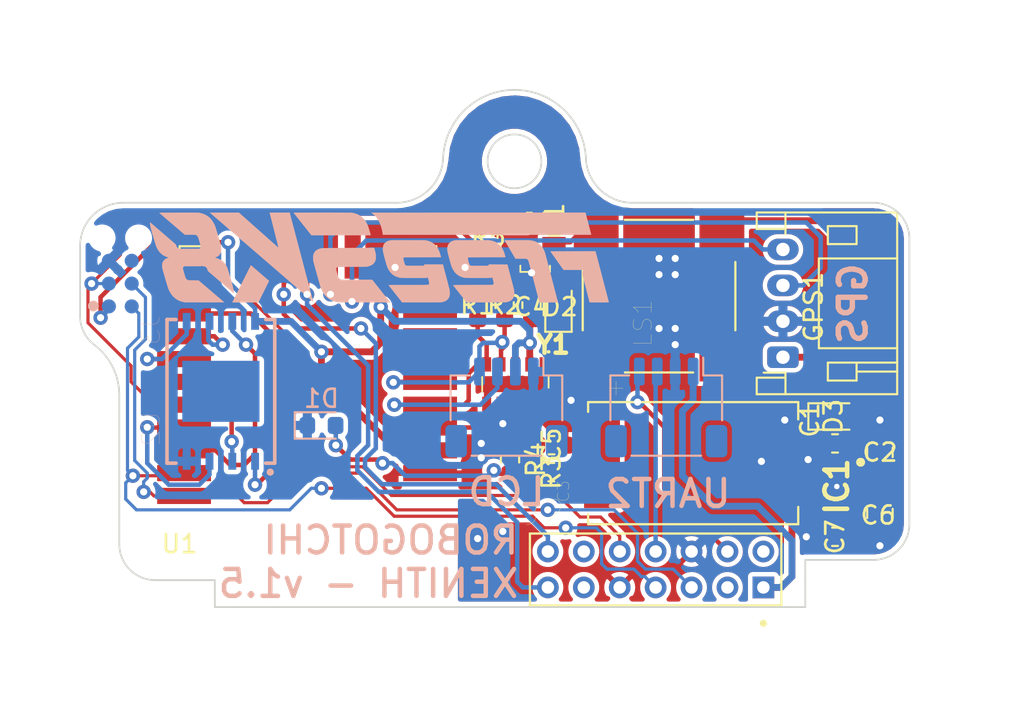
<source format=kicad_pcb>
(kicad_pcb (version 20171130) (host pcbnew "(5.1.5)-3")
  (layers (0 F.Cu signal) (31 B.Cu signal) (34 B.Paste user) (35 F.Paste user) (36 B.SilkS user) (37 F.SilkS user) (38 B.Mask user) (39 F.Mask user) (44 Edge.Cuts user))
  (net 0 "")
  (net 1 GND)
  (net 2 +3V3)
  (net 3 "Net-(D1-Pad2)")
  (net 4 /SDA)
  (net 5 /SCL)
  (net 6 +5V)
  (net 7 /VBACKUP)
  (net 8 /GPS-TX)
  (net 9 /GPS-RX)
  (net 10 /RST)
  (net 11 /SWCLK)
  (net 12 /SWDIO)
  (net 13 /P0.20)
  (net 14 /P0.19)
  (net 15 /P0.23)
  (net 16 /P0.17)
  (net 17 /P0.22)
  (net 18 /P0.21)
  (net 19 "Net-(C3-Pad1)")
  (net 20 "Net-(D2-Pad2)")
  (net 21 /ESC-TX)
  (net 22 /ESC-RX)
  (net 23 /P0.08)
  (net 24 "Net-(Q1-Pad2)")
  (net 25 /P0.05)
  (net 26 "Net-(D3-Pad1)")
  (net 27 /UART2-RX)
  (net 28 /UART2-TX)
  (module CMT-8503-90-SMT-TR:XDCR_CMT-8503-90-SMT-TR (layer F.Cu) (at 175.2 101.9 270)
    (fp_text reference LS1 (at 1.5 0.9 90) (layer F.SilkS) (effects (font (thickness 0.015))))
    (fp_text value CMT-8503-90-SMT-TR)
    (pad P smd rect (at -3.5 -3.5 270) (size 2.5 2.5) (layers F.Cu F.Paste F.Mask) (net 2 +3V3))
    (pad 1 smd rect (at 3.5 -3.5 270) (size 2.5 2.5) (layers F.Cu F.Paste F.Mask))
    (pad 2 smd rect (at 3.5 3.5 270) (size 2.5 2.5) (layers F.Cu F.Paste F.Mask))
    (pad N smd rect (at -3.5 3.5 270) (size 2.5 2.5) (layers F.Cu F.Paste F.Mask) (net 20 "Net-(D2-Pad2)"))
  )
  (module digikey-footprints:SOT-23-3 (layer F.Cu) (at 168.3 98.9)
    (fp_text reference Q1 (at 1.1 -1.2 270) (layer F.SilkS))
    (fp_text value 2SD1484KT146R)
    (pad 3 smd rect (at 1.05 0) (size 1.3 0.6) (layers F.Cu F.Paste F.Mask) (net 20 "Net-(D2-Pad2)"))
    (pad 2 smd rect (at -1.05 -0.95) (size 1.3 0.6) (layers F.Cu F.Paste F.Mask) (net 24 "Net-(Q1-Pad2)"))
    (pad 1 smd rect (at -1.05 0.95) (size 1.3 0.6) (layers F.Cu F.Paste F.Mask) (net 1 GND))
  )
  (module Capacitor_SMD:C_0603_1608Metric (layer F.Cu) (at 168.1 102.4 90)
    (fp_text reference C4 (at -0.1 0) (layer F.SilkS))
    (fp_text value 0.1uF)
    (pad 2 smd roundrect (at 0.7875 0 90) (size 0.875 0.95) (layers F.Cu F.Paste F.Mask) (net 1 GND))
    (pad 1 smd roundrect (at -0.7875 0 90) (size 0.875 0.95) (layers F.Cu F.Paste F.Mask) (net 2 +3V3))
  )
  (module DSK-3R3H224U-HL:CAP_DSK-3R3H224U-HL (layer F.Cu) (at 177.1 111.2 90)
    (fp_text reference C3 (at -1.568765 -7.225469 90) (layer F.SilkS) (effects (font (size 0.641479 0.641479) (thickness 0.015))))
    (fp_text value DSK-3R3H224U-HL)
    (fp_text user + (at 4.17451 -4.37661 90) (layer F.SilkS) (effects (font (size 1.007717 1.007717) (thickness 0.015))))
    (pad 1 smd rect (at 0 -5.075 90) (size 5 2) (layers F.Cu F.Paste F.Mask) (net 19 "Net-(C3-Pad1)"))
    (pad 2 smd rect (at 0 5.075 90) (size 4 1.7) (layers F.Cu F.Paste F.Mask) (net 1 GND))
  )
  (module Freesk8-receiver:FreeSK8-Remote-Logo_small (layer B.Cu) (at 159.7 99.5 180)
    (fp_text reference G*** hide)
    (fp_text value LOGO hide)
  )
  (module TC2030-CTX:TAG_TC2030-IDC-NL (layer B.Cu) (at 145.2 101.2 90)
    (fp_text reference J3 (at -2.6 1.7 90) (layer B.SilkS) (effects (font (size 1.001835 1.001835) (thickness 0.015)) (justify mirror)))
    (fp_text value TC2030-CTX)
    (pad None np_thru_hole circle (at -2.54 0 90) (size 0.991 0.991) (drill 0.991) (layers *.Cu *.Mask))
    (pad None np_thru_hole circle (at 2.54 1.016 90) (size 0.991 0.991) (drill 0.991) (layers *.Cu *.Mask))
    (pad None np_thru_hole circle (at 2.54 -1.016 90) (size 0.991 0.991) (drill 0.991) (layers *.Cu *.Mask))
    (pad 1 smd circle (at -1.27 -0.635 90) (size 0.787 0.787) (layers B.Cu B.Mask) (net 2 +3V3))
    (pad 2 smd circle (at -1.27 0.635 90) (size 0.787 0.787) (layers B.Cu B.Mask) (net 12 /SWDIO))
    (pad 3 smd circle (at 0 -0.635 90) (size 0.787 0.787) (layers B.Cu B.Mask) (net 10 /RST))
    (pad 4 smd circle (at 0 0.635 90) (size 0.787 0.787) (layers B.Cu B.Mask) (net 11 /SWCLK))
    (pad 5 smd circle (at 1.27 -0.635 90) (size 0.787 0.787) (layers B.Cu B.Mask) (net 1 GND))
    (pad 6 smd circle (at 1.27 0.635 90) (size 0.787 0.787) (layers B.Cu B.Mask))
  )
  (module Connector_JST:JST_SH_SM04B-SRSS-TB_1x04-1MP_P1.00mm_Horizontal (layer B.Cu) (at 175.6 108.1 180)
    (fp_text reference UART2 (at -0.1 -4.8 180) (layer B.SilkS) (effects (font (size 1.5 1.5) (thickness 0.25)) (justify mirror)))
    (fp_text value SM04B-SRSS-TB)
    (pad 1 smd roundrect (at -1.5 2 180) (size 0.6 1.55) (layers B.Cu B.Paste B.Mask) (net 6 +5V))
    (pad 2 smd roundrect (at -0.5 2 180) (size 0.6 1.55) (layers B.Cu B.Paste B.Mask) (net 1 GND))
    (pad 3 smd roundrect (at 0.5 2 180) (size 0.6 1.55) (layers B.Cu B.Paste B.Mask) (net 27 /UART2-RX))
    (pad 4 smd roundrect (at 1.5 2 180) (size 0.6 1.55) (layers B.Cu B.Paste B.Mask) (net 28 /UART2-TX))
    (pad MP smd roundrect (at -2.8 -1.875 180) (size 1.2 1.8) (layers B.Cu B.Paste B.Mask) (roundrect_rratio 0.208333))
    (pad MP smd roundrect (at 2.8 -1.875 180) (size 1.2 1.8) (layers B.Cu B.Paste B.Mask) (roundrect_rratio 0.208333))
  )
  (module skb501:SKB501_RF_Module (layer F.Cu) (at 155.6 105.7 180)
    (fp_text reference U1 (at 7.1 -10 180) (layer F.SilkS))
    (fp_text value SKB501)
    (pad 26 smd rect (at 6.85 -7.325 180) (size 3 0.9) (layers F.Cu F.Paste F.Mask) (net 11 /SWCLK))
    (pad 25 smd rect (at 6.85 -6.055 180) (size 3 0.9) (layers F.Cu F.Paste F.Mask) (net 12 /SWDIO))
    (pad 24 smd rect (at 6.85 -4.785 180) (size 3 0.9) (layers F.Cu F.Paste F.Mask) (net 15 /P0.23))
    (pad 23 smd rect (at 6.85 -3.515 180) (size 3 0.9) (layers F.Cu F.Paste F.Mask) (net 17 /P0.22))
    (pad 22 smd rect (at 6.85 -2.245 180) (size 3 0.9) (layers F.Cu F.Paste F.Mask) (net 10 /RST))
    (pad 21 smd rect (at 6.85 -0.975 180) (size 3 0.9) (layers F.Cu F.Paste F.Mask) (net 18 /P0.21))
    (pad 20 smd rect (at 6.85 0.295 180) (size 3 0.9) (layers F.Cu F.Paste F.Mask) (net 13 /P0.20))
    (pad 19 smd rect (at 6.85 1.565 180) (size 3 0.9) (layers F.Cu F.Paste F.Mask) (net 14 /P0.19))
    (pad 18 smd rect (at 6.85 2.835 180) (size 3 0.9) (layers F.Cu F.Paste F.Mask) (net 16 /P0.17))
    (pad 17 smd rect (at 6.85 4.105 180) (size 3 0.9) (layers F.Cu F.Paste F.Mask))
    (pad 16 smd rect (at 6.85 5.375 180) (size 3 0.9) (layers F.Cu F.Paste F.Mask))
    (pad 11 smd rect (at -2.54 6.275 270) (size 3 0.9) (layers F.Cu F.Paste F.Mask) (net 8 /GPS-TX))
    (pad 12 smd rect (at -1.27 6.275 270) (size 3 0.9) (layers F.Cu F.Paste F.Mask) (net 9 /GPS-RX))
    (pad 15 smd rect (at 2.54 6.275 270) (size 3 0.9) (layers F.Cu F.Paste F.Mask) (net 23 /P0.08))
    (pad 14 smd rect (at 1.27 6.275 270) (size 3 0.9) (layers F.Cu F.Paste F.Mask) (net 21 /ESC-TX))
    (pad 1 smd rect (at -6.85 -6.055 180) (size 3 0.9) (layers F.Cu F.Paste F.Mask) (net 1 GND))
    (pad 2 smd rect (at -6.85 -4.785 180) (size 3 0.9) (layers F.Cu F.Paste F.Mask) (net 2 +3V3))
    (pad 3 smd rect (at -6.85 -3.515 180) (size 3 0.9) (layers F.Cu F.Paste F.Mask) (net 25 /P0.05))
    (pad 4 smd rect (at -6.85 -2.245 180) (size 3 0.9) (layers F.Cu F.Paste F.Mask) (net 4 /SDA))
    (pad 5 smd rect (at -6.85 -0.975 180) (size 3 0.9) (layers F.Cu F.Paste F.Mask) (net 5 /SCL))
    (pad 6 smd rect (at -6.85 0.295 180) (size 3 0.9) (layers F.Cu F.Paste F.Mask))
    (pad 7 smd rect (at -6.85 1.565 180) (size 3 0.9) (layers F.Cu F.Paste F.Mask))
    (pad 8 smd rect (at -6.85 2.835 180) (size 3 0.9) (layers F.Cu F.Paste F.Mask))
    (pad 9 smd rect (at -6.85 4.105 180) (size 3 0.9) (layers F.Cu F.Paste F.Mask))
    (pad 10 smd rect (at -6.85 5.375 180) (size 3 0.9) (layers F.Cu F.Paste F.Mask) (net 1 GND))
    (pad 13 smd rect (at 0 6.275 270) (size 3 0.9) (layers F.Cu F.Paste F.Mask) (net 22 /ESC-RX))
  )
  (module SamacSys_Parts:ABRTCMC32768kHzEOZ9S3DBT (layer F.Cu) (at 167.2 106.8 180)
    (fp_text reference Y1 (at -2.1 2.2 180) (layer F.SilkS) (effects (font (thickness 0.25))))
    (fp_text value RV-3129-C3 hide)
    (pad 1 smd rect (at -1.6 1.1 180) (size 0.5 0.8) (layers F.Cu F.Paste F.Mask))
    (pad 2 smd rect (at -0.8 1.1 180) (size 0.5 0.8) (layers F.Cu F.Paste F.Mask) (net 2 +3V3))
    (pad 3 smd rect (at 0 1.1 180) (size 0.5 0.8) (layers F.Cu F.Paste F.Mask))
    (pad 4 smd rect (at 0.8 1.1 180) (size 0.5 0.8) (layers F.Cu F.Paste F.Mask) (net 5 /SCL))
    (pad 5 smd rect (at 1.6 1.1 180) (size 0.5 0.8) (layers F.Cu F.Paste F.Mask) (net 4 /SDA))
    (pad 6 smd rect (at 1.6 -1.1 180) (size 0.5 0.8) (layers F.Cu F.Paste F.Mask) (net 1 GND))
    (pad 7 smd rect (at 0.8 -1.1 180) (size 0.5 0.8) (layers F.Cu F.Paste F.Mask))
    (pad 8 smd rect (at 0 -1.1 180) (size 0.5 0.8) (layers F.Cu F.Paste F.Mask))
    (pad 9 smd rect (at -0.8 -1.1 180) (size 0.5 0.8) (layers F.Cu F.Paste F.Mask) (net 7 /VBACKUP))
    (pad 10 smd rect (at -1.6 -1.1 180) (size 0.5 0.8) (layers F.Cu F.Paste F.Mask))
  )
  (module Connector_JST:JST_PH_S4B-PH-K_1x04_P2.00mm_Horizontal (layer F.Cu) (at 182.1 105.3 90)
    (fp_text reference GPS1 (at 2.8 1.7 90) (layer F.SilkS))
    (fp_text value S4B-PH-K-SLFSN)
    (pad 4 thru_hole oval (at 6 0 90) (size 1.2 1.75) (drill 0.75) (layers *.Cu *.Mask) (net 8 /GPS-TX))
    (pad 3 thru_hole oval (at 4 0 90) (size 1.2 1.75) (drill 0.75) (layers *.Cu *.Mask) (net 9 /GPS-RX))
    (pad 2 thru_hole oval (at 2 0 90) (size 1.2 1.75) (drill 0.75) (layers *.Cu *.Mask) (net 1 GND))
    (pad 1 thru_hole roundrect (at 0 0 90) (size 1.2 1.75) (drill 0.75) (layers *.Cu *.Mask) (roundrect_rratio 0.208333) (net 26 "Net-(D3-Pad1)"))
  )
  (module 1-1734508-4:TE_1-1734508-4 (layer F.Cu) (at 175.01 117.12 180)
    (fp_text reference J2 (at 6.21 3.15) (layer F.SilkS) (effects (font (size 1.4 1.4) (thickness 0.015))))
    (fp_text value 1-1734508-4)
    (pad 1 thru_hole rect (at -6 -1 180) (size 1.208 1.208) (drill 0.7) (layers *.Cu *.Mask) (net 6 +5V))
    (pad 2 thru_hole circle (at -4 -1 180) (size 1.208 1.208) (drill 0.7) (layers *.Cu *.Mask))
    (pad 3 thru_hole circle (at -2 -1 180) (size 1.208 1.208) (drill 0.7) (layers *.Cu *.Mask) (net 11 /SWCLK))
    (pad 4 thru_hole circle (at 0 -1 180) (size 1.208 1.208) (drill 0.7) (layers *.Cu *.Mask) (net 12 /SWDIO))
    (pad 5 thru_hole circle (at 2 -1 180) (size 1.208 1.208) (drill 0.7) (layers *.Cu *.Mask) (net 1 GND))
    (pad 6 thru_hole circle (at 4 -1 180) (size 1.208 1.208) (drill 0.7) (layers *.Cu *.Mask))
    (pad 7 thru_hole circle (at 6 -1 180) (size 1.208 1.208) (drill 0.7) (layers *.Cu *.Mask) (net 22 /ESC-RX))
    (pad 8 thru_hole circle (at -6 1 180) (size 1.208 1.208) (drill 0.7) (layers *.Cu *.Mask))
    (pad 9 thru_hole circle (at -4 1 180) (size 1.208 1.208) (drill 0.7) (layers *.Cu *.Mask) (net 28 /UART2-TX))
    (pad 10 thru_hole circle (at -2 1 180) (size 1.208 1.208) (drill 0.7) (layers *.Cu *.Mask) (net 1 GND))
    (pad 11 thru_hole circle (at 0 1 180) (size 1.208 1.208) (drill 0.7) (layers *.Cu *.Mask) (net 27 /UART2-RX))
    (pad 12 thru_hole circle (at 2 1 180) (size 1.208 1.208) (drill 0.7) (layers *.Cu *.Mask) (net 10 /RST))
    (pad 13 thru_hole circle (at 4 1 180) (size 1.208 1.208) (drill 0.7) (layers *.Cu *.Mask))
    (pad 14 thru_hole circle (at 6 1 180) (size 1.208 1.208) (drill 0.7) (layers *.Cu *.Mask) (net 21 /ESC-TX))
  )
  (module Resistor_SMD:R_0603_1608Metric (layer F.Cu) (at 166.6 102.4 270)
    (fp_text reference R2 (at 0 0) (layer F.SilkS))
    (fp_text value 10k)
    (pad 2 smd roundrect (at 0.7875 0 270) (size 0.875 0.95) (layers F.Cu F.Paste F.Mask) (net 5 /SCL))
    (pad 1 smd roundrect (at -0.7875 0 270) (size 0.875 0.95) (layers F.Cu F.Paste F.Mask) (net 2 +3V3))
  )
  (module Connector_JST:JST_SH_SM04B-SRSS-TB_1x04-1MP_P1.00mm_Horizontal (layer B.Cu) (at 166.7 108.1 180)
    (fp_text reference LCD (at 0 -4.7) (layer B.SilkS) (effects (font (size 1.5 1.5) (thickness 0.25)) (justify mirror)))
    (fp_text value SM04B-SRSS-TB)
    (pad 1 smd roundrect (at -1.5 2 180) (size 0.6 1.55) (layers B.Cu B.Paste B.Mask) (net 1 GND))
    (pad 2 smd roundrect (at -0.5 2 180) (size 0.6 1.55) (layers B.Cu B.Paste B.Mask) (net 2 +3V3))
    (pad 3 smd roundrect (at 0.5 2 180) (size 0.6 1.55) (layers B.Cu B.Paste B.Mask) (net 4 /SDA))
    (pad 4 smd roundrect (at 1.5 2 180) (size 0.6 1.55) (layers B.Cu B.Paste B.Mask) (net 5 /SCL))
    (pad MP smd roundrect (at -2.8 -1.875 180) (size 1.2 1.8) (layers B.Cu B.Paste B.Mask) (roundrect_rratio 0.208333))
    (pad MP smd roundrect (at 2.8 -1.875 180) (size 1.2 1.8) (layers B.Cu B.Paste B.Mask) (roundrect_rratio 0.208333))
  )
  (module Capacitor_SMD:C_0805_2012Metric (layer F.Cu) (at 187.5 114 270)
    (fp_text reference C6 (at 0.1 0.1 180) (layer F.SilkS))
    (fp_text value 10uF)
    (pad 2 smd roundrect (at 0.9375 0 270) (size 0.975 1.4) (layers F.Cu F.Paste F.Mask) (net 1 GND))
    (pad 1 smd roundrect (at -0.9375 0 270) (size 0.975 1.4) (layers F.Cu F.Paste F.Mask) (net 6 +5V))
  )
  (module Capacitor_SMD:C_0805_2012Metric (layer F.Cu) (at 187.5 110.6 90)
    (fp_text reference C2 (at 0 0 180) (layer F.SilkS))
    (fp_text value 10uF)
    (pad 2 smd roundrect (at 0.9375 0 90) (size 0.975 1.4) (layers F.Cu F.Paste F.Mask) (net 1 GND))
    (pad 1 smd roundrect (at -0.9375 0 90) (size 0.975 1.4) (layers F.Cu F.Paste F.Mask) (net 2 +3V3))
  )
  (module Capacitor_SMD:C_0603_1608Metric (layer F.Cu) (at 169.2125 110.2)
    (fp_text reference C5 (at 0 0 270) (layer F.SilkS))
    (fp_text value 10000pF)
    (pad 2 smd roundrect (at 0.7875 0) (size 0.875 0.95) (layers F.Cu F.Paste F.Mask) (net 1 GND))
    (pad 1 smd roundrect (at -0.7875 0) (size 0.875 0.95) (layers F.Cu F.Paste F.Mask) (net 7 /VBACKUP))
  )
  (module Resistor_SMD:R_0603_1608Metric (layer F.Cu) (at 165.7 98.5 270)
    (fp_text reference R5 (at 0.1 0 180) (layer F.SilkS))
    (fp_text value 180r)
    (pad 2 smd roundrect (at 0.7875 0 270) (size 0.875 0.95) (layers F.Cu F.Paste F.Mask) (net 23 /P0.08))
    (pad 1 smd roundrect (at -0.7875 0 270) (size 0.875 0.95) (layers F.Cu F.Paste F.Mask) (net 24 "Net-(Q1-Pad2)"))
  )
  (module Diode_SMD:D_0603_1608Metric (layer F.Cu) (at 169.6 102.4 90)
    (fp_text reference D2 (at -0.1 0.1 180) (layer F.SilkS))
    (fp_text value SD0603S040S0R2)
    (pad 2 smd roundrect (at 0.7875 0 90) (size 0.875 0.95) (layers F.Cu F.Paste F.Mask) (net 20 "Net-(D2-Pad2)"))
    (pad 1 smd roundrect (at -0.7875 0 90) (size 0.875 0.95) (layers F.Cu F.Paste F.Mask) (net 2 +3V3))
  )
  (module LED_SMD:LED_0603_1608Metric (layer B.Cu) (at 156.4 109.1)
    (fp_text reference D1 (at 0 -1.5 180) (layer B.SilkS) (effects (justify mirror)))
    (fp_text value LED)
    (pad 2 smd roundrect (at 0.7875 0) (size 0.875 0.95) (layers B.Cu B.Paste B.Mask) (net 3 "Net-(D1-Pad2)"))
    (pad 1 smd roundrect (at -0.7875 0) (size 0.875 0.95) (layers B.Cu B.Paste B.Mask) (net 1 GND))
  )
  (module Resistor_SMD:R_0603_1608Metric (layer F.Cu) (at 166.9 111 270)
    (fp_text reference R4 (at 0 -1.43 90) (layer F.SilkS))
    (fp_text value 1k)
    (pad 2 smd roundrect (at 0.7875 0 270) (size 0.875 0.95) (layers F.Cu F.Paste F.Mask) (net 3 "Net-(D1-Pad2)"))
    (pad 1 smd roundrect (at -0.7875 0 270) (size 0.875 0.95) (layers F.Cu F.Paste F.Mask) (net 25 /P0.05))
  )
  (module W25N01GVZEIG_TR:SON127P800X600X80-9N (layer B.Cu) (at 150.8 107.2 90)
    (fp_text reference U2 (at -2.1 -3.9 270) (layer B.SilkS) (effects (font (size 1.001787 1.001787) (thickness 0.015)) (justify mirror)))
    (fp_text value W25N01GVZEIG_TR)
    (pad 2 smd rect (at -3.895 0.635 90) (size 0.94 0.44) (layers B.Cu B.Paste B.Mask) (net 18 /P0.21))
    (pad 3 smd rect (at -3.895 -0.635 90) (size 0.94 0.44) (layers B.Cu B.Paste B.Mask) (net 17 /P0.22))
    (pad 4 smd rect (at -3.895 -1.905 90) (size 0.94 0.44) (layers B.Cu B.Paste B.Mask) (net 1 GND))
    (pad 1 smd rect (at -3.895 1.905 90) (size 0.94 0.44) (layers B.Cu B.Paste B.Mask) (net 16 /P0.17))
    (pad 7 smd rect (at 3.895 0.635 90) (size 0.94 0.44) (layers B.Cu B.Paste B.Mask) (net 15 /P0.23))
    (pad 6 smd rect (at 3.895 -0.635 90) (size 0.94 0.44) (layers B.Cu B.Paste B.Mask) (net 14 /P0.19))
    (pad 5 smd rect (at 3.895 -1.905 90) (size 0.94 0.44) (layers B.Cu B.Paste B.Mask) (net 13 /P0.20))
    (pad 8 smd rect (at 3.895 1.905 90) (size 0.94 0.44) (layers B.Cu B.Paste B.Mask) (net 2 +3V3))
    (pad 9 smd rect (at 0 0 90) (size 3.4 4.3) (layers B.Cu B.Mask))
  )
  (module Capacitor_SMD:C_0603_1608Metric (layer F.Cu) (at 185 110.1 180)
    (fp_text reference C1 (at 1.4 1.3 90) (layer F.SilkS))
    (fp_text value 1.0uF)
    (pad 2 smd roundrect (at 0.7875 0 180) (size 0.875 0.95) (layers F.Cu F.Paste F.Mask) (net 1 GND))
    (pad 1 smd roundrect (at -0.7875 0 180) (size 0.875 0.95) (layers F.Cu F.Paste F.Mask) (net 2 +3V3))
  )
  (module Capacitor_SMD:C_0603_1608Metric (layer F.Cu) (at 185 115.3 180)
    (fp_text reference C7 (at 0 0 90) (layer F.SilkS))
    (fp_text value 1.0uF)
    (pad 2 smd roundrect (at 0.7875 0 180) (size 0.875 0.95) (layers F.Cu F.Paste F.Mask) (net 1 GND))
    (pad 1 smd roundrect (at -0.7875 0 180) (size 0.875 0.95) (layers F.Cu F.Paste F.Mask) (net 6 +5V))
  )
  (module Resistor_SMD:R_0603_1608Metric (layer F.Cu) (at 165.1 102.4 270)
    (fp_text reference R1 (at 0 0 180) (layer F.SilkS))
    (fp_text value 10k)
    (pad 2 smd roundrect (at 0.7875 0 270) (size 0.875 0.95) (layers F.Cu F.Paste F.Mask) (net 4 /SDA))
    (pad 1 smd roundrect (at -0.7875 0 270) (size 0.875 0.95) (layers F.Cu F.Paste F.Mask) (net 2 +3V3))
  )
  (module Resistor_SMD:R_0603_1608Metric (layer F.Cu) (at 169.2 111.7)
    (fp_text reference R3 (at 0 0 270) (layer F.SilkS))
    (fp_text value 1k)
    (pad 2 smd roundrect (at 0.7875 0) (size 0.875 0.95) (layers F.Cu F.Paste F.Mask) (net 19 "Net-(C3-Pad1)"))
    (pad 1 smd roundrect (at -0.7875 0) (size 0.875 0.95) (layers F.Cu F.Paste F.Mask) (net 7 /VBACKUP))
  )
  (module SamacSys_Parts:SON65P200X200X80-7N (layer F.Cu) (at 185.1 112.5 270)
    (fp_text reference IC1 (at 0 0 90) (layer F.SilkS) (effects (font (size 1.27 1.27) (thickness 0.254))))
    (fp_text value LP5912-3.3DRVR hide)
    (pad 1 smd rect (at -1.05 -0.65) (size 0.35 0.6) (layers F.Cu F.Paste F.Mask) (net 2 +3V3))
    (pad 2 smd rect (at -1.05 0) (size 0.35 0.6) (layers F.Cu F.Paste F.Mask))
    (pad 3 smd rect (at -1.05 0.65) (size 0.35 0.6) (layers F.Cu F.Paste F.Mask))
    (pad 4 smd rect (at 1.05 0.65) (size 0.35 0.6) (layers F.Cu F.Paste F.Mask) (net 6 +5V))
    (pad 5 smd rect (at 1.05 0) (size 0.35 0.6) (layers F.Cu F.Paste F.Mask) (net 1 GND))
    (pad 6 smd rect (at 1.05 -0.65) (size 0.35 0.6) (layers F.Cu F.Paste F.Mask) (net 6 +5V))
    (pad 7 smd rect (at 0 0 270) (size 1.1 1.7) (layers F.Cu F.Paste F.Mask) (net 1 GND))
  )
  (module Diode_SMD:D_0603_1608Metric (layer F.Cu) (at 185 108.6)
    (fp_text reference D3 (at -0.1 0 90) (layer F.SilkS))
    (fp_text value SD0603S040S0R2)
    (pad 1 smd roundrect (at -0.7875 0) (size 0.875 0.95) (layers F.Cu F.Paste F.Mask) (net 26 "Net-(D3-Pad1)"))
    (pad 2 smd roundrect (at 0.7875 0) (size 0.875 0.95) (layers F.Cu F.Paste F.Mask) (net 2 +3V3))
  )
  (gr_line (start 183.342198 117.713206) (end 183.342198 119.213206) (layer Edge.Cuts) (width 0.1))
  (gr_line (start 150.463143 119.213206) (end 150.463143 117.713206) (layer Edge.Cuts) (width 0.1))
  (gr_arc (start 187.14 98.7) (end 187.14 96.7) (angle 90) (layer Edge.Cuts) (width 0.1))
  (gr_arc (start 144.962 103.020391) (end 143.754727 104.614911) (angle 52.86922065) (layer Edge.Cuts) (width 0.1))
  (gr_circle (center 167.149969 94.39232) (end 165.649969 94.39232) (layer Edge.Cuts) (width 0.1))
  (gr_line (start 189.14 98.7) (end 189.14 114.588152) (layer Edge.Cuts) (width 0.1))
  (gr_arc (start 167.149969 94.39232) (end 163.169896 94.328304) (angle 178.1570634) (layer Edge.Cuts) (width 0.1))
  (gr_line (start 183.342198 119.213206) (end 150.463143 119.213206) (layer Edge.Cuts) (width 0.1))
  (gr_arc (start 173.72 94.1) (end 173.72 96.7) (angle 84.9624009) (layer Edge.Cuts) (width 0.1))
  (gr_line (start 145.362 96.7) (end 160.579939 96.7) (layer Edge.Cuts) (width 0.1))
  (gr_arc (start 145.362 99.1) (end 142.962 99.1) (angle 90) (layer Edge.Cuts) (width 0.1))
  (gr_arc (start 141.642 107.40532) (end 143.754727 104.614911) (angle 52.86922064) (layer Edge.Cuts) (width 0.1))
  (gr_line (start 145.142 115.713206) (end 145.142 107.40532) (layer Edge.Cuts) (width 0.1))
  (gr_arc (start 147.142 115.713206) (end 147.142 117.713206) (angle 90) (layer Edge.Cuts) (width 0.1))
  (gr_line (start 173.72 96.7) (end 187.14 96.7) (layer Edge.Cuts) (width 0.1))
  (gr_arc (start 160.579939 94.1) (end 163.169896 94.328304) (angle 84.9624009) (layer Edge.Cuts) (width 0.1))
  (gr_line (start 187.14 116.588152) (end 183.342198 116.588152) (layer Edge.Cuts) (width 0.1))
  (gr_arc (start 187.14 114.588152) (end 189.14 114.588152) (angle 90) (layer Edge.Cuts) (width 0.1))
  (gr_line (start 183.342198 116.588152) (end 183.342198 117.713206) (layer Edge.Cuts) (width 0.1))
  (gr_line (start 142.962 103.020391) (end 142.962 99.1) (layer Edge.Cuts) (width 0.1))
  (gr_line (start 150.463143 117.713206) (end 147.142 117.713206) (layer Edge.Cuts) (width 0.1))
  (gr_text GPS (at 186 102.32 90) (layer B.SilkS) (effects (font (size 1.5 1.5) (thickness 0.3)) (justify mirror)))
  (gr_text "ROBOGOTCHI\nXENITH - v1.5" (at 167.5 116.7) (layer B.SilkS) (effects (font (size 1.5 1.5) (thickness 0.25)) (justify left mirror)))
  (via (at 185.1 112.5) (size 0.8) (drill 0.3) (layers F.Cu B.Cu) (net 1))
  (segment (start 185.1 113.55) (end 185.1 112.5) (width 0.381) (layer F.Cu) (net 1))
  (segment (start 183.275 110.1) (end 182.175 111.2) (width 0.381) (layer F.Cu) (net 1))
  (segment (start 184.2125 110.1) (end 183.275 110.1) (width 0.381) (layer F.Cu) (net 1))
  (via (at 183.4 115.3) (size 0.8) (drill 0.4) (layers F.Cu B.Cu) (net 1))
  (via (at 187.5 115.8) (size 0.8) (drill 0.4) (layers F.Cu B.Cu) (net 1))
  (via (at 187.5 108.8) (size 0.8) (drill 0.4) (layers F.Cu B.Cu) (net 1))
  (via (at 183.5 111) (size 0.8) (drill 0.4) (layers F.Cu B.Cu) (net 1))
  (via (at 182.2 108.8) (size 0.8) (drill 0.4) (layers F.Cu B.Cu) (net 1))
  (via (at 180.9 111.1) (size 0.8) (drill 0.4) (layers F.Cu B.Cu) (net 1))
  (via (at 170.3 107.7) (size 0.8) (drill 0.4) (layers F.Cu B.Cu) (net 1))
  (via (at 168.1 100.6) (size 0.8) (drill 0.4) (layers F.Cu B.Cu) (net 1))
  (via (at 176.1 104.6) (size 0.8) (drill 0.4) (layers F.Cu B.Cu) (net 1))
  (via (at 160.5 100.3) (size 0.8) (drill 0.4) (layers F.Cu B.Cu) (net 1))
  (via (at 164.4 100.3) (size 0.8) (drill 0.4) (layers F.Cu B.Cu) (net 1))
  (via (at 166.5 109) (size 0.8) (drill 0.4) (layers F.Cu B.Cu) (net 1))
  (via (at 165.1 115.4) (size 0.8) (drill 0.4) (layers F.Cu B.Cu) (net 1))
  (via (at 166.5 115) (size 0.8) (drill 0.4) (layers F.Cu B.Cu) (net 1))
  (via (at 176.1 103.7) (size 0.8) (drill 0.4) (layers F.Cu B.Cu) (net 1))
  (via (at 175.2 103.7) (size 0.8) (drill 0.4) (layers F.Cu B.Cu) (net 1))
  (via (at 176.1 99.8) (size 0.8) (drill 0.4) (layers F.Cu B.Cu) (net 1))
  (via (at 176.1 100.7) (size 0.8) (drill 0.4) (layers F.Cu B.Cu) (net 1))
  (via (at 175.2 100.7) (size 0.8) (drill 0.4) (layers F.Cu B.Cu) (net 1))
  (via (at 175.2 99.8) (size 0.8) (drill 0.4) (layers F.Cu B.Cu) (net 1))
  (via (at 165.3 110.1) (size 0.8) (drill 0.4) (layers F.Cu B.Cu) (net 1))
  (via (at 165.3 110.9) (size 0.8) (drill 0.4) (layers F.Cu B.Cu) (net 1))
  (segment (start 187.4125 111.45) (end 187.5 111.5375) (width 0.381) (layer F.Cu) (net 2))
  (segment (start 185.75 111.45) (end 187.4125 111.45) (width 0.381) (layer F.Cu) (net 2))
  (segment (start 185.7875 111.4125) (end 185.75 111.45) (width 0.381) (layer F.Cu) (net 2))
  (segment (start 185.7875 110.1) (end 185.7875 111.4125) (width 0.381) (layer F.Cu) (net 2))
  (segment (start 185.7875 110.1) (end 185.7875 108.6) (width 0.381) (layer F.Cu) (net 2))
  (segment (start 171.175 98.4) (end 171.7 98.4) (width 0.25) (layer F.Cu) (net 20))
  (via (at 144.1 103.1) (size 0.8) (drill 0.4) (layers F.Cu B.Cu) (net 2))
  (segment (start 144.565 102.47) (end 144.565 102.635) (width 0.25) (layer B.Cu) (net 2))
  (segment (start 144.565 102.635) (end 144.1 103.1) (width 0.25) (layer B.Cu) (net 2))
  (segment (start 144.1 101.957486) (end 147.157486 98.9) (width 0.25) (layer F.Cu) (net 2))
  (segment (start 144.1 103.1) (end 144.1 101.957486) (width 0.25) (layer F.Cu) (net 2))
  (segment (start 147.157486 98.9) (end 151.2 98.9) (width 0.25) (layer F.Cu) (net 2))
  (via (at 151.2 98.9) (size 0.8) (drill 0.4) (layers F.Cu B.Cu) (net 2))
  (segment (start 152.705 102.585) (end 151.2 101.08) (width 0.25) (layer B.Cu) (net 2))
  (segment (start 152.705 103.305) (end 152.705 102.585) (width 0.25) (layer B.Cu) (net 2))
  (segment (start 151.2 101.08) (end 151.2 98.9) (width 0.25) (layer B.Cu) (net 2))
  (segment (start 160.569 110.485) (end 156.4 106.316) (width 0.381) (layer F.Cu) (net 2))
  (segment (start 162.45 110.485) (end 160.569 110.485) (width 0.381) (layer F.Cu) (net 2))
  (via (at 156.4 105) (size 0.8) (drill 0.4) (layers F.Cu B.Cu) (net 2))
  (segment (start 156.4 106.316) (end 156.4 105) (width 0.381) (layer F.Cu) (net 2))
  (segment (start 154.705 103.305) (end 156.4 105) (width 0.381) (layer B.Cu) (net 2))
  (segment (start 152.705 103.305) (end 154.705 103.305) (width 0.381) (layer B.Cu) (net 2))
  (segment (start 179.4 97.7) (end 178.7 98.4) (width 0.381) (layer F.Cu) (net 2))
  (segment (start 184.3 97.7) (end 179.4 97.7) (width 0.381) (layer F.Cu) (net 2))
  (segment (start 185.7875 108.6) (end 185.7875 99.1875) (width 0.381) (layer F.Cu) (net 2))
  (segment (start 185.7875 99.1875) (end 184.3 97.7) (width 0.381) (layer F.Cu) (net 2))
  (segment (start 168 103.2875) (end 168.1 103.1875) (width 0.381) (layer F.Cu) (net 2))
  (segment (start 168 105.7) (end 168 103.2875) (width 0.381) (layer F.Cu) (net 2))
  (segment (start 168.1 103.1875) (end 169.6 103.1875) (width 0.381) (layer F.Cu) (net 2))
  (segment (start 168.1 103.1125) (end 166.6 101.6125) (width 0.25) (layer F.Cu) (net 2))
  (segment (start 168.1 103.1875) (end 168.1 103.1125) (width 0.25) (layer F.Cu) (net 2))
  (segment (start 165.1 101.6125) (end 166.6 101.6125) (width 0.25) (layer F.Cu) (net 2))
  (via (at 168 104.5) (size 0.8) (drill 0.4) (layers F.Cu B.Cu) (net 2))
  (segment (start 178.7 100.031) (end 176.931 101.8) (width 0.381) (layer F.Cu) (net 2))
  (segment (start 178.7 98.4) (end 178.7 100.031) (width 0.381) (layer F.Cu) (net 2))
  (segment (start 176.931 101.8) (end 172.7 101.8) (width 0.381) (layer F.Cu) (net 2))
  (segment (start 171.3125 103.1875) (end 169.6 103.1875) (width 0.381) (layer F.Cu) (net 2))
  (segment (start 172.7 101.8) (end 171.3125 103.1875) (width 0.381) (layer F.Cu) (net 2))
  (segment (start 168 104.5) (end 168 103.8) (width 0.381) (layer B.Cu) (net 2))
  (segment (start 168 103.8) (end 167.5 103.3) (width 0.381) (layer B.Cu) (net 2))
  (segment (start 167.5 103.3) (end 160.5 103.3) (width 0.381) (layer B.Cu) (net 2))
  (via (at 159.7 102.5) (size 0.8) (drill 0.4) (layers F.Cu B.Cu) (net 2))
  (segment (start 160.5 103.3) (end 159.7 102.5) (width 0.381) (layer B.Cu) (net 2))
  (segment (start 159.7 102.5) (end 159.7 104.5) (width 0.381) (layer F.Cu) (net 2))
  (segment (start 159.2 105) (end 156.4 105) (width 0.381) (layer F.Cu) (net 2))
  (segment (start 159.7 104.5) (end 159.2 105) (width 0.381) (layer F.Cu) (net 2))
  (segment (start 167.2 106.1) (end 167.2 104.7) (width 0.381) (layer B.Cu) (net 2))
  (segment (start 167.4 104.5) (end 168 104.5) (width 0.381) (layer B.Cu) (net 2))
  (segment (start 167.2 104.7) (end 167.4 104.5) (width 0.381) (layer B.Cu) (net 2))
  (segment (start 157.1875 109.1) (end 157.1875 109.575) (width 0.254) (layer B.Cu) (net 3))
  (segment (start 157.2 110.2) (end 158 111) (width 0.254) (layer F.Cu) (net 3))
  (segment (start 157.2 109.5875) (end 157.2 110.2) (width 0.254) (layer B.Cu) (net 3))
  (segment (start 157.1875 109.575) (end 157.2 109.5875) (width 0.254) (layer B.Cu) (net 3))
  (segment (start 158 111) (end 159.6 111) (width 0.254) (layer F.Cu) (net 3))
  (segment (start 159.6 111) (end 159.8 111.2) (width 0.254) (layer F.Cu) (net 3))
  (via (at 159.8 111.2) (size 0.8) (drill 0.4) (layers F.Cu B.Cu) (net 3))
  (via (at 157.2 110.2) (size 0.8) (drill 0.4) (layers F.Cu B.Cu) (net 3))
  (segment (start 160.365685 111.2) (end 159.8 111.2) (width 0.254) (layer B.Cu) (net 3))
  (segment (start 165.7 111.9) (end 161.065685 111.9) (width 0.254) (layer B.Cu) (net 3))
  (segment (start 161.065685 111.9) (end 160.365685 111.2) (width 0.254) (layer B.Cu) (net 3))
  (segment (start 166 111.6) (end 165.8 111.9) (width 0.25) (layer B.Cu) (net 3))
  (segment (start 166.2875 111.7875) (end 167 111.7875) (width 0.25) (layer F.Cu) (net 3))
  (via (at 166 111.6) (size 0.8) (drill 0.4) (layers F.Cu B.Cu) (net 3))
  (segment (start 165.8 111.9) (end 165.7 111.9) (width 0.25) (layer B.Cu) (net 3))
  (segment (start 166 111.6) (end 166.2875 111.7875) (width 0.25) (layer F.Cu) (net 3))
  (segment (start 165.6 105.7) (end 165.6 104.6) (width 0.25) (layer F.Cu) (net 4))
  (segment (start 165.1 104.1) (end 165.1 103.1875) (width 0.25) (layer F.Cu) (net 4))
  (segment (start 165.6 104.6) (end 165.1 104.1) (width 0.25) (layer F.Cu) (net 4))
  (segment (start 165.1 105.7) (end 164.6 106.2) (width 0.25) (layer F.Cu) (net 4))
  (segment (start 165.6 105.7) (end 165.1 105.7) (width 0.25) (layer F.Cu) (net 4))
  (segment (start 164.6 106.2) (end 164.6 107.7) (width 0.25) (layer F.Cu) (net 4))
  (segment (start 164.355 107.945) (end 162.45 107.945) (width 0.25) (layer F.Cu) (net 4))
  (segment (start 164.6 107.7) (end 164.355 107.945) (width 0.25) (layer F.Cu) (net 4))
  (segment (start 162.45 107.945) (end 160.455 107.945) (width 0.25) (layer F.Cu) (net 4))
  (via (at 160.455 107.945) (size 0.8) (drill 0.4) (layers F.Cu B.Cu) (net 4))
  (segment (start 166.2 106.1) (end 166.2 107) (width 0.25) (layer B.Cu) (net 4))
  (segment (start 165.255 107.945) (end 160.455 107.945) (width 0.25) (layer B.Cu) (net 4))
  (segment (start 166.2 107) (end 165.255 107.945) (width 0.25) (layer B.Cu) (net 4))
  (segment (start 166.6 103.1875) (end 166.6 104.7) (width 0.25) (layer F.Cu) (net 5))
  (segment (start 166.4 104.9) (end 166.4 105.7) (width 0.25) (layer F.Cu) (net 5))
  (segment (start 166.6 104.7) (end 166.4 104.9) (width 0.25) (layer F.Cu) (net 5))
  (segment (start 160.7 106.675) (end 160.675 106.7) (width 0.25) (layer F.Cu) (net 5))
  (segment (start 162.45 106.675) (end 160.7 106.675) (width 0.25) (layer F.Cu) (net 5))
  (via (at 160.4 106.7) (size 0.8) (drill 0.4) (layers F.Cu B.Cu) (net 5))
  (segment (start 160.675 106.7) (end 160.4 106.7) (width 0.25) (layer F.Cu) (net 5))
  (segment (start 164.6 106.7) (end 165.2 106.1) (width 0.25) (layer B.Cu) (net 5))
  (segment (start 160.4 106.7) (end 164.6 106.7) (width 0.25) (layer B.Cu) (net 5))
  (segment (start 165.4 104.5) (end 166.428168 104.5) (width 0.25) (layer B.Cu) (net 5))
  (segment (start 165.2 106.1) (end 165.2 104.7) (width 0.25) (layer B.Cu) (net 5))
  (segment (start 166.428168 104.5) (end 166.471126 104.457042) (width 0.25) (layer B.Cu) (net 5))
  (segment (start 165.2 104.7) (end 165.4 104.5) (width 0.25) (layer B.Cu) (net 5))
  (via (at 166.471126 104.457042) (size 0.8) (drill 0.4) (layers F.Cu B.Cu) (net 5))
  (segment (start 187.4875 113.35) (end 187.5 113.3625) (width 0.381) (layer F.Cu) (net 6))
  (segment (start 187.0125 113.55) (end 185.75 113.55) (width 0.381) (layer F.Cu) (net 6))
  (segment (start 187.5 113.0625) (end 187.0125 113.55) (width 0.381) (layer F.Cu) (net 6))
  (segment (start 185.75 115.2625) (end 185.7875 115.3) (width 0.381) (layer F.Cu) (net 6))
  (segment (start 185.75 114.35) (end 185.75 115.2625) (width 0.381) (layer F.Cu) (net 6))
  (segment (start 185.75 113.55) (end 185.75 114.35) (width 0.381) (layer F.Cu) (net 6))
  (segment (start 184.45 114.231) (end 184.45 113.55) (width 0.381) (layer F.Cu) (net 6))
  (segment (start 184.569 114.35) (end 184.45 114.231) (width 0.381) (layer F.Cu) (net 6))
  (segment (start 185.75 114.35) (end 184.569 114.35) (width 0.381) (layer F.Cu) (net 6))
  (segment (start 184.219 114) (end 184.569 114.35) (width 0.381) (layer F.Cu) (net 6))
  (segment (start 181.995 118.12) (end 182.6 117.515) (width 0.381) (layer F.Cu) (net 6))
  (segment (start 183.2 114) (end 184.219 114) (width 0.381) (layer F.Cu) (net 6))
  (segment (start 181.01 118.12) (end 181.995 118.12) (width 0.381) (layer F.Cu) (net 6))
  (segment (start 182.6 117.515) (end 182.6 114.6) (width 0.381) (layer F.Cu) (net 6))
  (segment (start 182.6 114.6) (end 183.2 114) (width 0.381) (layer F.Cu) (net 6))
  (segment (start 181.995 118.12) (end 182.6 117.515) (width 0.381) (layer B.Cu) (net 6))
  (segment (start 181.01 118.12) (end 181.995 118.12) (width 0.381) (layer B.Cu) (net 6))
  (segment (start 182.6 117.515) (end 182.6 115.5) (width 0.381) (layer B.Cu) (net 6))
  (segment (start 182.6 115.5) (end 180.7 113.6) (width 0.381) (layer B.Cu) (net 6))
  (segment (start 180.7 113.6) (end 178.2 113.6) (width 0.381) (layer B.Cu) (net 6))
  (segment (start 178.2 113.6) (end 176.5 111.9) (width 0.381) (layer B.Cu) (net 6))
  (segment (start 176.5 111.9) (end 176.5 108.3) (width 0.381) (layer B.Cu) (net 6))
  (segment (start 177.1 107.7) (end 177.1 106.1) (width 0.381) (layer B.Cu) (net 6))
  (segment (start 176.5 108.3) (end 177.1 107.7) (width 0.381) (layer B.Cu) (net 6))
  (segment (start 168.5125 110.2) (end 168.5125 111.7) (width 0.381) (layer F.Cu) (net 7))
  (segment (start 168 107.9) (end 168 109) (width 0.381) (layer F.Cu) (net 7))
  (segment (start 168.5125 109.5125) (end 168.5125 110.2) (width 0.381) (layer F.Cu) (net 7))
  (segment (start 168 109) (end 168.5125 109.5125) (width 0.381) (layer F.Cu) (net 7))
  (segment (start 180.975 99.3) (end 180.475 98.8) (width 0.25) (layer B.Cu) (net 8))
  (segment (start 182.1 99.3) (end 180.975 99.3) (width 0.25) (layer B.Cu) (net 8))
  (segment (start 180.475 98.8) (end 158.9 98.8) (width 0.25) (layer B.Cu) (net 8))
  (segment (start 158.9 98.8) (end 158.1 99.6) (width 0.25) (layer B.Cu) (net 8))
  (via (at 158.1 102.2) (size 0.8) (drill 0.4) (layers F.Cu B.Cu) (net 8))
  (segment (start 158.1 99.6) (end 158.1 102.2) (width 0.25) (layer B.Cu) (net 8))
  (segment (start 158.1 99.465) (end 158.14 99.425) (width 0.25) (layer F.Cu) (net 8))
  (segment (start 158.1 102.2) (end 158.1 99.465) (width 0.25) (layer F.Cu) (net 8))
  (segment (start 183.225 101.3) (end 184.2 100.325) (width 0.25) (layer B.Cu) (net 9))
  (segment (start 182.1 101.3) (end 183.225 101.3) (width 0.25) (layer B.Cu) (net 9))
  (segment (start 184.2 100.325) (end 184.2 98.6) (width 0.25) (layer B.Cu) (net 9))
  (segment (start 184.2 98.6) (end 183.4 97.8) (width 0.25) (layer B.Cu) (net 9))
  (segment (start 183.4 97.8) (end 157.7 97.8) (width 0.25) (layer B.Cu) (net 9))
  (segment (start 157.7 97.8) (end 156.9 98.6) (width 0.25) (layer B.Cu) (net 9))
  (via (at 156.9 101.8) (size 0.8) (drill 0.4) (layers F.Cu B.Cu) (net 9))
  (segment (start 156.9 98.6) (end 156.9 101.8) (width 0.25) (layer B.Cu) (net 9))
  (segment (start 156.9 99.455) (end 156.87 99.425) (width 0.25) (layer F.Cu) (net 9))
  (segment (start 156.9 101.8) (end 156.9 99.455) (width 0.25) (layer F.Cu) (net 9))
  (segment (start 144.565 101.2) (end 143.6 101.2) (width 0.1778) (layer B.Cu) (net 10))
  (via (at 143.6 101.2) (size 0.8) (drill 0.4) (layers F.Cu B.Cu) (net 10))
  (segment (start 145.2 97.9) (end 145.2 99.6) (width 0.1778) (layer F.Cu) (net 10))
  (segment (start 145.6 97.5) (end 145.2 97.9) (width 0.1778) (layer F.Cu) (net 10))
  (segment (start 151.2 97.5) (end 145.6 97.5) (width 0.1778) (layer F.Cu) (net 10))
  (segment (start 152.1 98.4) (end 151.2 97.5) (width 0.1778) (layer F.Cu) (net 10))
  (segment (start 169.6 113) (end 160.3 113) (width 0.1778) (layer F.Cu) (net 10))
  (segment (start 170.8 114.2) (end 169.6 113) (width 0.1778) (layer F.Cu) (net 10))
  (segment (start 160.3 113) (end 158.7 111.4) (width 0.1778) (layer F.Cu) (net 10))
  (segment (start 173.01 116.12) (end 173.01 115.265816) (width 0.1778) (layer F.Cu) (net 10))
  (segment (start 171.944184 114.2) (end 170.8 114.2) (width 0.1778) (layer F.Cu) (net 10))
  (segment (start 173.01 115.265816) (end 171.944184 114.2) (width 0.1778) (layer F.Cu) (net 10))
  (segment (start 145.2 99.6) (end 143.6 101.2) (width 0.1778) (layer F.Cu) (net 10))
  (segment (start 158.7 111.4) (end 154.6 111.4) (width 0.1778) (layer F.Cu) (net 10))
  (segment (start 154.6 111.4) (end 154.2 111) (width 0.1778) (layer F.Cu) (net 10))
  (segment (start 154.2 103.8) (end 152.1 101.7) (width 0.1778) (layer F.Cu) (net 10))
  (segment (start 154.2 111) (end 154.2 103.8) (width 0.1778) (layer F.Cu) (net 10))
  (segment (start 152.1 101.7) (end 152.1 98.4) (width 0.1778) (layer F.Cu) (net 10))
  (segment (start 147.0722 107.945) (end 145.8 106.6728) (width 0.1778) (layer F.Cu) (net 10))
  (segment (start 145.8 106.6728) (end 145.8 105.784276) (width 0.1778) (layer F.Cu) (net 10))
  (segment (start 145.8 105.784276) (end 143.4 103.384276) (width 0.1778) (layer F.Cu) (net 10))
  (segment (start 143.4 101.4) (end 143.6 101.2) (width 0.1778) (layer F.Cu) (net 10))
  (segment (start 148.75 107.945) (end 147.0722 107.945) (width 0.1778) (layer F.Cu) (net 10))
  (segment (start 143.4 103.384276) (end 143.4 101.4) (width 0.1778) (layer F.Cu) (net 10))
  (segment (start 147.0722 113.025) (end 146.8472 112.8) (width 0.1778) (layer F.Cu) (net 11))
  (segment (start 148.75 113.025) (end 147.0722 113.025) (width 0.1778) (layer F.Cu) (net 11))
  (via (at 146.5 112.8) (size 0.8) (drill 0.4) (layers F.Cu B.Cu) (net 11))
  (segment (start 146.8472 112.8) (end 146.5 112.8) (width 0.1778) (layer F.Cu) (net 11))
  (segment (start 146 104.902908) (end 146.6 104.302908) (width 0.1778) (layer B.Cu) (net 11))
  (segment (start 146.5 112.234315) (end 146.7 112.034315) (width 0.1778) (layer B.Cu) (net 11))
  (segment (start 146.7 112.034315) (end 146.7 111.75396) (width 0.1778) (layer B.Cu) (net 11))
  (segment (start 146.5 112.8) (end 146.5 112.234315) (width 0.1778) (layer B.Cu) (net 11))
  (segment (start 146.7 111.75396) (end 146 111.05396) (width 0.1778) (layer B.Cu) (net 11))
  (segment (start 146 111.05396) (end 146 104.902908) (width 0.1778) (layer B.Cu) (net 11))
  (segment (start 146.6 101.965) (end 145.835 101.2) (width 0.1778) (layer B.Cu) (net 11))
  (segment (start 146.6 104.302908) (end 146.6 101.965) (width 0.1778) (layer B.Cu) (net 11))
  (segment (start 177.01 118.12) (end 175.99 117.1) (width 0.1778) (layer B.Cu) (net 11))
  (segment (start 174.442764 117.1) (end 174 116.657236) (width 0.1778) (layer B.Cu) (net 11))
  (segment (start 175.99 117.1) (end 174.442764 117.1) (width 0.1778) (layer B.Cu) (net 11))
  (segment (start 174 116.657236) (end 174 115.1) (width 0.1778) (layer B.Cu) (net 11))
  (segment (start 174 115.1) (end 173.6 114.7) (width 0.1778) (layer B.Cu) (net 11))
  (segment (start 173.6 114.7) (end 172.7 113.8) (width 0.1778) (layer B.Cu) (net 11))
  (via (at 169 113.8) (size 0.8) (drill 0.4) (layers F.Cu B.Cu) (net 11))
  (segment (start 172.7 113.8) (end 169 113.8) (width 0.1778) (layer B.Cu) (net 11))
  (segment (start 169 113.8) (end 160.597092 113.8) (width 0.1778) (layer F.Cu) (net 11))
  (segment (start 158.552702 111.75561) (end 155.04439 111.75561) (width 0.1778) (layer F.Cu) (net 11))
  (segment (start 160.597092 113.8) (end 158.552702 111.75561) (width 0.1778) (layer F.Cu) (net 11))
  (segment (start 155.04439 111.75561) (end 153.4 113.4) (width 0.1778) (layer F.Cu) (net 11))
  (segment (start 153.4 113.4) (end 152.1 113.4) (width 0.1778) (layer F.Cu) (net 11))
  (segment (start 151.725 113.025) (end 148.75 113.025) (width 0.1778) (layer F.Cu) (net 11))
  (segment (start 152.1 113.4) (end 151.725 113.025) (width 0.1778) (layer F.Cu) (net 11))
  (via (at 145.9 111.9) (size 0.8) (drill 0.4) (layers F.Cu B.Cu) (net 12))
  (segment (start 148.605 111.9) (end 148.75 111.755) (width 0.1778) (layer F.Cu) (net 12))
  (segment (start 145.9 111.9) (end 148.605 111.9) (width 0.1778) (layer F.Cu) (net 12))
  (segment (start 146.228499 102.863499) (end 145.835 102.47) (width 0.1778) (layer B.Cu) (net 12))
  (segment (start 146.228499 104.171501) (end 146.228499 102.863499) (width 0.1778) (layer B.Cu) (net 12))
  (segment (start 145.6 111.6) (end 145.6 104.8) (width 0.1778) (layer B.Cu) (net 12))
  (segment (start 145.6 104.8) (end 146.228499 104.171501) (width 0.1778) (layer B.Cu) (net 12))
  (segment (start 145.9 111.9) (end 145.6 111.6) (width 0.1778) (layer B.Cu) (net 12))
  (segment (start 174.406001 117.516001) (end 174.216001 117.516001) (width 0.1778) (layer B.Cu) (net 12))
  (segment (start 175.01 118.12) (end 174.406001 117.516001) (width 0.1778) (layer B.Cu) (net 12))
  (segment (start 174.216001 117.516001) (end 173.8 117.1) (width 0.1778) (layer B.Cu) (net 12))
  (segment (start 173.8 117.1) (end 172.3 117.1) (width 0.1778) (layer B.Cu) (net 12))
  (segment (start 172.3 117.1) (end 172 116.8) (width 0.1778) (layer B.Cu) (net 12))
  (segment (start 172 116.8) (end 172 115.2) (width 0.1778) (layer B.Cu) (net 12))
  (segment (start 172 115.2) (end 172 115.1) (width 0.1778) (layer B.Cu) (net 12))
  (segment (start 172 115.1) (end 171.7 114.8) (width 0.1778) (layer B.Cu) (net 12))
  (via (at 170 114.8) (size 0.8) (drill 0.4) (layers F.Cu B.Cu) (net 12))
  (segment (start 171.7 114.8) (end 170 114.8) (width 0.1778) (layer B.Cu) (net 12))
  (segment (start 170 114.8) (end 168.8 114.8) (width 0.1778) (layer F.Cu) (net 12))
  (segment (start 168.8 114.8) (end 168.15561 114.15561) (width 0.1778) (layer F.Cu) (net 12))
  (segment (start 168.15561 114.15561) (end 160.449793 114.155609) (width 0.1778) (layer F.Cu) (net 12))
  (segment (start 160.449793 114.155609) (end 158.894184 112.6) (width 0.1778) (layer F.Cu) (net 12))
  (via (at 156.4 112.6) (size 0.8) (drill 0.4) (layers F.Cu B.Cu) (net 12))
  (segment (start 158.894184 112.6) (end 156.4 112.6) (width 0.1778) (layer F.Cu) (net 12))
  (segment (start 145.500001 112.299999) (end 145.9 111.9) (width 0.1778) (layer B.Cu) (net 12))
  (segment (start 154.634315 113.8) (end 146.1 113.8) (width 0.1778) (layer B.Cu) (net 12))
  (segment (start 156.4 112.6) (end 155.834315 112.6) (width 0.1778) (layer B.Cu) (net 12))
  (segment (start 155.834315 112.6) (end 154.634315 113.8) (width 0.1778) (layer B.Cu) (net 12))
  (segment (start 145.500001 113.200001) (end 145.500001 112.299999) (width 0.1778) (layer B.Cu) (net 12))
  (segment (start 146.1 113.8) (end 145.500001 113.200001) (width 0.1778) (layer B.Cu) (net 12))
  (segment (start 147 105.405) (end 146.995 105.4) (width 0.25) (layer F.Cu) (net 13))
  (segment (start 148.75 105.405) (end 147 105.405) (width 0.25) (layer F.Cu) (net 13))
  (via (at 146.7 105.4) (size 0.8) (drill 0.4) (layers F.Cu B.Cu) (net 13))
  (segment (start 146.995 105.4) (end 146.7 105.4) (width 0.25) (layer F.Cu) (net 13))
  (segment (start 147.265685 105.4) (end 146.7 105.4) (width 0.25) (layer B.Cu) (net 13))
  (segment (start 148.895 104.025) (end 147.52 105.4) (width 0.25) (layer B.Cu) (net 13))
  (segment (start 147.52 105.4) (end 147.265685 105.4) (width 0.25) (layer B.Cu) (net 13))
  (segment (start 148.895 103.305) (end 148.895 104.025) (width 0.25) (layer B.Cu) (net 13))
  (segment (start 148.75 104.135) (end 150.435 104.135) (width 0.25) (layer F.Cu) (net 14))
  (via (at 150.9 104.6) (size 0.8) (drill 0.4) (layers F.Cu B.Cu) (net 14))
  (segment (start 150.435 104.135) (end 150.9 104.6) (width 0.25) (layer F.Cu) (net 14))
  (segment (start 150.1 103.37) (end 150.165 103.305) (width 0.25) (layer B.Cu) (net 14))
  (segment (start 150.1 104.365685) (end 150.1 103.37) (width 0.25) (layer B.Cu) (net 14))
  (segment (start 150.9 104.6) (end 150.334315 104.6) (width 0.25) (layer B.Cu) (net 14))
  (segment (start 150.334315 104.6) (end 150.1 104.365685) (width 0.25) (layer B.Cu) (net 14))
  (segment (start 150.5 110.485) (end 151.315 111.3) (width 0.25) (layer F.Cu) (net 15))
  (segment (start 148.75 110.485) (end 150.5 110.485) (width 0.25) (layer F.Cu) (net 15))
  (segment (start 151.315 111.3) (end 152.1 111.3) (width 0.25) (layer F.Cu) (net 15))
  (segment (start 152.1 111.3) (end 152.7 110.7) (width 0.25) (layer F.Cu) (net 15))
  (segment (start 152.7 110.7) (end 152.7 105.6) (width 0.25) (layer F.Cu) (net 15))
  (segment (start 151.4 103.34) (end 151.435 103.305) (width 0.25) (layer B.Cu) (net 15))
  (segment (start 152.7 105.6) (end 152.7 105.1) (width 0.25) (layer F.Cu) (net 15))
  (via (at 152.2 104.6) (size 0.8) (drill 0.4) (layers F.Cu B.Cu) (net 15))
  (segment (start 152.7 105.1) (end 152.2 104.6) (width 0.25) (layer F.Cu) (net 15))
  (segment (start 151.435 103.835) (end 151.435 103.305) (width 0.25) (layer B.Cu) (net 15))
  (segment (start 152.2 104.6) (end 151.435 103.835) (width 0.25) (layer B.Cu) (net 15))
  (segment (start 148.75 102.865) (end 152.465 102.865) (width 0.25) (layer F.Cu) (net 16))
  (segment (start 152.465 102.865) (end 153.6 104) (width 0.25) (layer F.Cu) (net 16))
  (segment (start 153.6 104) (end 153.6 111.6) (width 0.25) (layer F.Cu) (net 16))
  (segment (start 153.6 111.6) (end 152.8 112.4) (width 0.25) (layer F.Cu) (net 16))
  (via (at 152.7 112.4) (size 0.8) (drill 0.4) (layers F.Cu B.Cu) (net 16))
  (segment (start 152.8 112.4) (end 152.7 112.4) (width 0.25) (layer F.Cu) (net 16))
  (segment (start 152.7 111.1) (end 152.705 111.095) (width 0.25) (layer B.Cu) (net 16))
  (segment (start 152.7 112.4) (end 152.7 111.1) (width 0.25) (layer B.Cu) (net 16))
  (segment (start 147 109.215) (end 146.985 109.2) (width 0.25) (layer F.Cu) (net 17))
  (segment (start 148.75 109.215) (end 147 109.215) (width 0.25) (layer F.Cu) (net 17))
  (via (at 146.7 109.2) (size 0.8) (drill 0.4) (layers F.Cu B.Cu) (net 17))
  (segment (start 146.985 109.2) (end 146.7 109.2) (width 0.25) (layer F.Cu) (net 17))
  (segment (start 146.7 109.2) (end 146.7 111.2) (width 0.25) (layer B.Cu) (net 17))
  (segment (start 146.7 111.2) (end 147.9 112.4) (width 0.25) (layer B.Cu) (net 17))
  (segment (start 147.9 112.4) (end 149.6 112.4) (width 0.25) (layer B.Cu) (net 17))
  (segment (start 150.165 111.835) (end 150.165 111.095) (width 0.25) (layer B.Cu) (net 17))
  (segment (start 149.6 112.4) (end 150.165 111.835) (width 0.25) (layer B.Cu) (net 17))
  (segment (start 151.435 111.095) (end 151.435 110.135) (width 0.25) (layer B.Cu) (net 18))
  (via (at 151.4 110) (size 0.8) (drill 0.4) (layers F.Cu B.Cu) (net 18))
  (segment (start 151.435 110.135) (end 151.4 110.1) (width 0.25) (layer B.Cu) (net 18))
  (segment (start 151.4 110.1) (end 151.4 110) (width 0.25) (layer B.Cu) (net 18))
  (segment (start 151.4 110) (end 151.4 107.1) (width 0.25) (layer F.Cu) (net 18))
  (segment (start 150.975 106.675) (end 148.75 106.675) (width 0.25) (layer F.Cu) (net 18))
  (segment (start 151.4 107.1) (end 150.975 106.675) (width 0.25) (layer F.Cu) (net 18))
  (segment (start 171.525 111.7) (end 172.025 111.2) (width 0.381) (layer F.Cu) (net 19))
  (segment (start 170.0875 111.7) (end 171.525 111.7) (width 0.381) (layer F.Cu) (net 19))
  (segment (start 170.25 98.9) (end 170.75 98.4) (width 0.25) (layer F.Cu) (net 20))
  (segment (start 170.75 98.4) (end 171.7 98.4) (width 0.25) (layer F.Cu) (net 20))
  (segment (start 169.35 98.9) (end 170.25 98.9) (width 0.25) (layer F.Cu) (net 20))
  (segment (start 169.6 99.15) (end 169.35 98.9) (width 0.25) (layer F.Cu) (net 20))
  (segment (start 169.6 101.6125) (end 169.6 99.15) (width 0.25) (layer F.Cu) (net 20))
  (segment (start 154.33 101.175) (end 154.3 101.205) (width 0.25) (layer F.Cu) (net 21))
  (segment (start 154.33 99.425) (end 154.33 101.175) (width 0.25) (layer F.Cu) (net 21))
  (via (at 154.3 101.8) (size 0.8) (drill 0.4) (layers F.Cu B.Cu) (net 21))
  (segment (start 154.3 101.205) (end 154.3 101.8) (width 0.25) (layer F.Cu) (net 21))
  (segment (start 169.01 115.265816) (end 166.116374 112.37219) (width 0.25) (layer B.Cu) (net 21))
  (segment (start 169.01 116.12) (end 169.01 115.265816) (width 0.25) (layer B.Cu) (net 21))
  (segment (start 166.116374 112.37219) (end 159.777204 112.37219) (width 0.25) (layer B.Cu) (net 21))
  (segment (start 159.777204 112.37219) (end 158.82781 111.422796) (width 0.25) (layer B.Cu) (net 21))
  (segment (start 158.82781 110.977204) (end 159.42781 110.377204) (width 0.25) (layer B.Cu) (net 21))
  (segment (start 158.82781 111.422796) (end 158.82781 110.977204) (width 0.25) (layer B.Cu) (net 21))
  (segment (start 159.42781 110.377204) (end 159.42781 104.52781) (width 0.25) (layer B.Cu) (net 21))
  (via (at 158.6 103.7) (size 0.8) (drill 0.4) (layers F.Cu B.Cu) (net 21))
  (segment (start 159.42781 104.52781) (end 158.6 103.7) (width 0.25) (layer B.Cu) (net 21))
  (segment (start 154.3 102.9) (end 154.3 101.8) (width 0.25) (layer F.Cu) (net 21))
  (segment (start 158.6 103.7) (end 155.1 103.7) (width 0.25) (layer F.Cu) (net 21))
  (segment (start 155.1 103.7) (end 154.3 102.9) (width 0.25) (layer F.Cu) (net 21))
  (segment (start 155.6 99.425) (end 155.6 101.175) (width 0.25) (layer F.Cu) (net 22))
  (via (at 155.6 101.8) (size 0.8) (drill 0.4) (layers F.Cu B.Cu) (net 22))
  (segment (start 155.6 101.175) (end 155.6 101.8) (width 0.25) (layer F.Cu) (net 22))
  (segment (start 167.3 114.5) (end 167.3 117.8) (width 0.25) (layer B.Cu) (net 22))
  (segment (start 165.6 112.8) (end 167.3 114.5) (width 0.25) (layer B.Cu) (net 22))
  (segment (start 167.62 118.12) (end 169.01 118.12) (width 0.25) (layer B.Cu) (net 22))
  (segment (start 167.3 117.8) (end 167.62 118.12) (width 0.25) (layer B.Cu) (net 22))
  (segment (start 159.6 112.8) (end 165.6 112.8) (width 0.25) (layer B.Cu) (net 22))
  (segment (start 159 105.765685) (end 159 110.2) (width 0.25) (layer B.Cu) (net 22))
  (segment (start 155.6 102.365685) (end 159 105.765685) (width 0.25) (layer B.Cu) (net 22))
  (segment (start 155.6 101.8) (end 155.6 102.365685) (width 0.25) (layer B.Cu) (net 22))
  (segment (start 158.4 111.6) (end 159.6 112.8) (width 0.25) (layer B.Cu) (net 22))
  (segment (start 159 110.2) (end 158.4 110.8) (width 0.25) (layer B.Cu) (net 22))
  (segment (start 158.4 110.8) (end 158.4 111.6) (width 0.25) (layer B.Cu) (net 22))
  (segment (start 153.06 97.675) (end 153.435 97.3) (width 0.25) (layer F.Cu) (net 23))
  (segment (start 153.06 99.425) (end 153.06 97.675) (width 0.25) (layer F.Cu) (net 23))
  (segment (start 165.225 99.2875) (end 165.7 99.2875) (width 0.25) (layer F.Cu) (net 23))
  (segment (start 163.2375 97.3) (end 165.225 99.2875) (width 0.25) (layer F.Cu) (net 23))
  (segment (start 153.435 97.3) (end 163.2375 97.3) (width 0.25) (layer F.Cu) (net 23))
  (segment (start 167.0125 97.7125) (end 167.25 97.95) (width 0.25) (layer F.Cu) (net 24))
  (segment (start 165.7 97.7125) (end 167.0125 97.7125) (width 0.25) (layer F.Cu) (net 24))
  (segment (start 164.2 109.215) (end 162.45 109.215) (width 0.25) (layer F.Cu) (net 25))
  (segment (start 165.5275 109.215) (end 164.2 109.215) (width 0.25) (layer F.Cu) (net 25))
  (segment (start 166.525 110.2125) (end 165.5275 109.215) (width 0.25) (layer F.Cu) (net 25))
  (segment (start 167 110.2125) (end 166.525 110.2125) (width 0.25) (layer F.Cu) (net 25))
  (segment (start 182.1 105.3) (end 183.4 105.3) (width 0.381) (layer F.Cu) (net 26))
  (segment (start 184.2125 106.1125) (end 184.2125 108.6) (width 0.381) (layer F.Cu) (net 26))
  (segment (start 183.4 105.3) (end 184.2125 106.1125) (width 0.381) (layer F.Cu) (net 26))
  (segment (start 175.01 106.19) (end 175.1 106.1) (width 0.25) (layer B.Cu) (net 27))
  (segment (start 175.01 116.12) (end 175.01 106.19) (width 0.25) (layer B.Cu) (net 27))
  (segment (start 179.01 116.12) (end 175.49 112.6) (width 0.25) (layer F.Cu) (net 28))
  (segment (start 175.49 112.6) (end 175.49 109.19) (width 0.25) (layer F.Cu) (net 28))
  (via (at 174 107.8) (size 0.8) (drill 0.4) (layers F.Cu B.Cu) (net 28))
  (segment (start 175.49 109.19) (end 174.1 107.8) (width 0.25) (layer F.Cu) (net 28))
  (segment (start 174.1 107.8) (end 174 107.8) (width 0.25) (layer F.Cu) (net 28))
  (segment (start 174 106.2) (end 174.1 106.1) (width 0.25) (layer B.Cu) (net 28))
  (segment (start 174 107.8) (end 174 106.2) (width 0.25) (layer B.Cu) (net 28))
  (zone (net 1) (net_name GND) (layer F.Cu) (connect_pads (clearance 0.254)) (min_thickness 0.254) (fill yes (arc_segments 32) (thermal_gap 0.254) (thermal_bridge_width 0.308))
    (polygon (pts (xy 138.525 125.408188) (xy 138.525 85.408188) (xy 195.525 85.408188) (xy 195.525 125.408188)))
    (polygon (pts (xy 164 113.3125) (xy 144 113.325) (xy 143.975 119.1) (xy 164 119.0875)))
  )
  (zone (net 1) (net_name GND) (layer B.Cu) (connect_pads (clearance 0.254)) (min_thickness 0.254) (fill yes (arc_segments 32) (thermal_gap 0.254) (thermal_bridge_width 0.508))
    (polygon (pts (xy 138.5 125.5) (xy 138.5 85.525) (xy 195.5 85.525) (xy 195.5 125.5)))
    (polygon (pts (xy 164 113.25) (xy 143.95 113.2) (xy 144 119.2) (xy 164 119.15)))
  )
)
</source>
